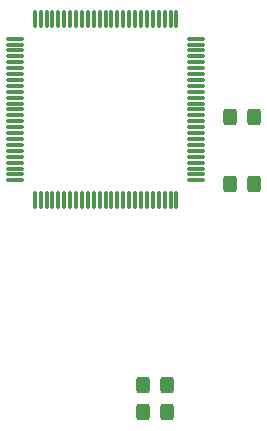
<source format=gtp>
G04 #@! TF.GenerationSoftware,KiCad,Pcbnew,(6.0.1)*
G04 #@! TF.CreationDate,2022-09-07T07:49:47-04:00*
G04 #@! TF.ProjectId,Z80_CPU,5a38305f-4350-4552-9e6b-696361645f70,1*
G04 #@! TF.SameCoordinates,Original*
G04 #@! TF.FileFunction,Paste,Top*
G04 #@! TF.FilePolarity,Positive*
%FSLAX46Y46*%
G04 Gerber Fmt 4.6, Leading zero omitted, Abs format (unit mm)*
G04 Created by KiCad (PCBNEW (6.0.1)) date 2022-09-07 07:49:47*
%MOMM*%
%LPD*%
G01*
G04 APERTURE LIST*
G04 Aperture macros list*
%AMRoundRect*
0 Rectangle with rounded corners*
0 $1 Rounding radius*
0 $2 $3 $4 $5 $6 $7 $8 $9 X,Y pos of 4 corners*
0 Add a 4 corners polygon primitive as box body*
4,1,4,$2,$3,$4,$5,$6,$7,$8,$9,$2,$3,0*
0 Add four circle primitives for the rounded corners*
1,1,$1+$1,$2,$3*
1,1,$1+$1,$4,$5*
1,1,$1+$1,$6,$7*
1,1,$1+$1,$8,$9*
0 Add four rect primitives between the rounded corners*
20,1,$1+$1,$2,$3,$4,$5,0*
20,1,$1+$1,$4,$5,$6,$7,0*
20,1,$1+$1,$6,$7,$8,$9,0*
20,1,$1+$1,$8,$9,$2,$3,0*%
G04 Aperture macros list end*
%ADD10RoundRect,0.250000X0.325000X0.450000X-0.325000X0.450000X-0.325000X-0.450000X0.325000X-0.450000X0*%
%ADD11RoundRect,0.075000X-0.662500X-0.075000X0.662500X-0.075000X0.662500X0.075000X-0.662500X0.075000X0*%
%ADD12RoundRect,0.075000X-0.075000X-0.662500X0.075000X-0.662500X0.075000X0.662500X-0.075000X0.662500X0*%
G04 APERTURE END LIST*
D10*
X83575000Y-51435000D03*
X81525000Y-51435000D03*
X83575000Y-57150000D03*
X81525000Y-57150000D03*
X76209000Y-74168000D03*
X74159000Y-74168000D03*
X76209000Y-76454000D03*
X74159000Y-76454000D03*
D11*
X63337500Y-44800000D03*
X63337500Y-45300000D03*
X63337500Y-45800000D03*
X63337500Y-46300000D03*
X63337500Y-46800000D03*
X63337500Y-47300000D03*
X63337500Y-47800000D03*
X63337500Y-48300000D03*
X63337500Y-48800000D03*
X63337500Y-49300000D03*
X63337500Y-49800000D03*
X63337500Y-50300000D03*
X63337500Y-50800000D03*
X63337500Y-51300000D03*
X63337500Y-51800000D03*
X63337500Y-52300000D03*
X63337500Y-52800000D03*
X63337500Y-53300000D03*
X63337500Y-53800000D03*
X63337500Y-54300000D03*
X63337500Y-54800000D03*
X63337500Y-55300000D03*
X63337500Y-55800000D03*
X63337500Y-56300000D03*
X63337500Y-56800000D03*
D12*
X65000000Y-58462500D03*
X65500000Y-58462500D03*
X66000000Y-58462500D03*
X66500000Y-58462500D03*
X67000000Y-58462500D03*
X67500000Y-58462500D03*
X68000000Y-58462500D03*
X68500000Y-58462500D03*
X69000000Y-58462500D03*
X69500000Y-58462500D03*
X70000000Y-58462500D03*
X70500000Y-58462500D03*
X71000000Y-58462500D03*
X71500000Y-58462500D03*
X72000000Y-58462500D03*
X72500000Y-58462500D03*
X73000000Y-58462500D03*
X73500000Y-58462500D03*
X74000000Y-58462500D03*
X74500000Y-58462500D03*
X75000000Y-58462500D03*
X75500000Y-58462500D03*
X76000000Y-58462500D03*
X76500000Y-58462500D03*
X77000000Y-58462500D03*
D11*
X78662500Y-56800000D03*
X78662500Y-56300000D03*
X78662500Y-55800000D03*
X78662500Y-55300000D03*
X78662500Y-54800000D03*
X78662500Y-54300000D03*
X78662500Y-53800000D03*
X78662500Y-53300000D03*
X78662500Y-52800000D03*
X78662500Y-52300000D03*
X78662500Y-51800000D03*
X78662500Y-51300000D03*
X78662500Y-50800000D03*
X78662500Y-50300000D03*
X78662500Y-49800000D03*
X78662500Y-49300000D03*
X78662500Y-48800000D03*
X78662500Y-48300000D03*
X78662500Y-47800000D03*
X78662500Y-47300000D03*
X78662500Y-46800000D03*
X78662500Y-46300000D03*
X78662500Y-45800000D03*
X78662500Y-45300000D03*
X78662500Y-44800000D03*
D12*
X77000000Y-43137500D03*
X76500000Y-43137500D03*
X76000000Y-43137500D03*
X75500000Y-43137500D03*
X75000000Y-43137500D03*
X74500000Y-43137500D03*
X74000000Y-43137500D03*
X73500000Y-43137500D03*
X73000000Y-43137500D03*
X72500000Y-43137500D03*
X72000000Y-43137500D03*
X71500000Y-43137500D03*
X71000000Y-43137500D03*
X70500000Y-43137500D03*
X70000000Y-43137500D03*
X69500000Y-43137500D03*
X69000000Y-43137500D03*
X68500000Y-43137500D03*
X68000000Y-43137500D03*
X67500000Y-43137500D03*
X67000000Y-43137500D03*
X66500000Y-43137500D03*
X66000000Y-43137500D03*
X65500000Y-43137500D03*
X65000000Y-43137500D03*
M02*

</source>
